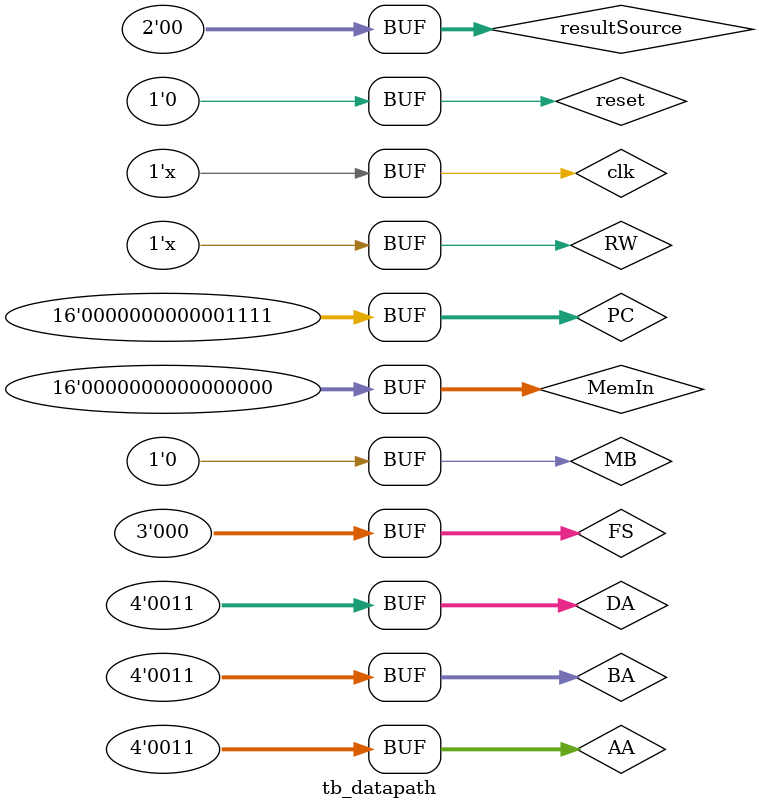
<source format=v>
`timescale 1ns / 1ps


module tb_datapath;

	// Inputs
	reg clk;
	reg reset;
	reg [3:0] DA;
	reg [3:0] AA;
	reg [3:0] BA;
	reg [2:0] FS;
	reg MB;
	reg [1:0] resultSource;
	reg RW;
	reg [15:0] MemIn;
	reg [15:0] PC;

	// Outputs
	wire [15:0] Dout;
	wire MemAddr;

	// Instantiate the Unit Under Test (UUT)
	cpuDatapath uut (
		.clk(clk), 
		.reset(reset), 
		.DA(DA), 
		.AA(AA), 
		.BA(BA), 
		.FS(FS), 
		.MB(MB), 
		.resultSource(resultSource), 
		.RW(RW),  
		.MemIn(MemIn), 
		.PC(PC), 
		.Dout(Dout), 
		.MemAddr(MemAddr)
	);

	initial begin
		// Initialize Inputs
		reset = 1;
		clk = 1;
		RW = 1;
		DA = 0;
		AA = 0;
		BA = 0;
		FS = 0;
		MB = 0;
		resultSource = 0;
		MemIn = 0;
		PC = 0;
		#10;
		reset = 0;
		DA = 3;
		AA = 1;
		BA = 2;
		FS = 0;
		MB = 0;
		resultSource = 0;
		MemIn = 0;
		PC = 15;	
		#20;
		DA = 3;
		AA = 3;
		BA = 3;
 
	end
	
	always #10 clk = ~clk;
	always #20 RW = ~RW;
	
      
endmodule

//EMIT POSITIVE SAVE NEGATIVE

</source>
